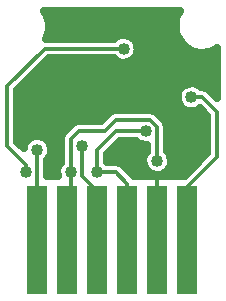
<source format=gbr>
G04 DipTrace 2.4.0.2*
%INBottom.gbr*%
%MOIN*%
%ADD13C,0.013*%
%ADD14C,0.025*%
%ADD16R,0.065X0.36*%
%ADD20C,0.04*%
%FSLAX44Y44*%
G04*
G70*
G90*
G75*
G01*
%LNBottom*%
%LPD*%
X1500Y1875D2*
D13*
Y3875D1*
X2250Y4625D1*
Y6875D1*
X1500Y7625D1*
X-1125D1*
X-500Y4125D2*
Y4875D1*
X125Y5500D1*
X1125D1*
X500Y1875D2*
Y3750D1*
X125Y4125D1*
X-500D1*
X-1500Y1875D2*
X-1375D1*
Y4125D1*
Y5250D1*
X-1125Y5500D1*
X-250D1*
X125Y5875D1*
X1250D1*
X1500Y5625D1*
Y4500D1*
X-500Y1875D2*
Y3500D1*
X-1000Y4000D1*
Y5000D1*
X2500Y1875D2*
Y3625D1*
X3500Y4625D1*
Y6125D1*
X3000Y6625D1*
X2625D1*
X-2875Y4125D2*
Y4375D1*
X-3500Y5000D1*
Y7000D1*
X-2250Y8250D1*
X375D1*
X-2500Y1875D2*
Y4875D1*
D20*
X-2875Y4125D3*
X375Y8250D3*
X-2000Y4125D3*
X-1125Y7625D3*
X2625Y6625D3*
X1125Y5500D3*
X-500Y4125D3*
X-1000Y5000D3*
X-2500Y4875D3*
X-1375Y4125D3*
X1500Y4500D3*
X-2121Y9251D2*
D14*
X2121D1*
X-2086Y9003D2*
X2086D1*
X-2121Y8754D2*
X2121D1*
X789Y8505D2*
X2235D1*
X863Y8257D2*
X2485D1*
X796Y8008D2*
X3475D1*
X-2250Y7759D2*
X3475D1*
X-2496Y7510D2*
X3475D1*
X-2746Y7262D2*
X3475D1*
X-2996Y7013D2*
X2344D1*
X2906D2*
X3475D1*
X-3145Y6764D2*
X2157D1*
X-3145Y6516D2*
X2149D1*
X-3145Y6267D2*
X2305D1*
X-3145Y6018D2*
X-222D1*
X1597D2*
X3114D1*
X-3145Y5770D2*
X-1339D1*
X1820D2*
X3145D1*
X-3145Y5521D2*
X-1597D1*
X1855D2*
X3145D1*
X-3145Y5272D2*
X-2765D1*
X-2235D2*
X-1730D1*
X1855D2*
X3145D1*
X-2036Y5024D2*
X-1730D1*
X140D2*
X1145D1*
X1855D2*
X3145D1*
X-2020Y4775D2*
X-1730D1*
X-110D2*
X1102D1*
X1898D2*
X3145D1*
X-2145Y4526D2*
X-1730D1*
X-145D2*
X1012D1*
X1988D2*
X2911D1*
X-2145Y4278D2*
X-1839D1*
X464D2*
X1067D1*
X1933D2*
X2661D1*
X-2145Y4029D2*
X-1855D1*
X714D2*
X2411D1*
X-2119Y8875D2*
X-2145Y8753D1*
X-2219Y8578D1*
X-375Y8580D1*
X51D1*
X83Y8612D1*
X189Y8676D1*
X309Y8710D1*
X434Y8711D1*
X554Y8679D1*
X662Y8616D1*
X749Y8527D1*
X809Y8418D1*
X838Y8297D1*
X840Y8250D1*
X823Y8127D1*
X774Y8012D1*
X697Y7914D1*
X596Y7841D1*
X480Y7797D1*
X355Y7785D1*
X233Y7807D1*
X120Y7861D1*
X53Y7920D1*
X-2113D1*
X-3168Y6865D1*
X-3170Y5137D1*
X-2960Y4927D1*
X-2936Y5036D1*
X-2878Y5146D1*
X-2792Y5237D1*
X-2686Y5301D1*
X-2566Y5335D1*
X-2441Y5336D1*
X-2321Y5304D1*
X-2213Y5241D1*
X-2126Y5152D1*
X-2066Y5043D1*
X-2037Y4922D1*
X-2035Y4875D1*
X-2052Y4752D1*
X-2101Y4637D1*
X-2171Y4548D1*
X-2170Y3996D1*
X-1824Y4000D1*
X-1838Y4164D1*
X-1811Y4286D1*
X-1753Y4396D1*
X-1708Y4444D1*
X-1705Y5250D1*
X-1682Y5372D1*
X-1608Y5483D1*
X-1358Y5733D1*
X-1256Y5803D1*
X-1125Y5830D1*
X-387D1*
X-108Y6108D1*
X-6Y6178D1*
X125Y6205D1*
X1250D1*
X1372Y6182D1*
X1483Y6108D1*
X1733Y5858D1*
X1803Y5756D1*
X1830Y5625D1*
Y4824D1*
X1874Y4777D1*
X1934Y4668D1*
X1963Y4547D1*
X1965Y4500D1*
X1948Y4377D1*
X1899Y4262D1*
X1822Y4164D1*
X1721Y4091D1*
X1605Y4047D1*
X1480Y4035D1*
X1358Y4057D1*
X1245Y4111D1*
X1151Y4193D1*
X1082Y4296D1*
X1043Y4415D1*
X1037Y4539D1*
X1064Y4661D1*
X1122Y4771D1*
X1167Y4819D1*
X1170Y5035D1*
X1105D1*
X983Y5057D1*
X870Y5111D1*
X803Y5170D1*
X262D1*
X-169Y4739D1*
X-170Y4457D1*
X125Y4455D1*
X247Y4432D1*
X358Y4358D1*
X717Y4000D1*
X2410D1*
X3170Y4762D1*
Y5988D1*
X2905Y6253D1*
X2846Y6216D1*
X2730Y6172D1*
X2605Y6160D1*
X2483Y6182D1*
X2370Y6236D1*
X2276Y6318D1*
X2207Y6421D1*
X2168Y6540D1*
X2162Y6664D1*
X2189Y6786D1*
X2247Y6896D1*
X2333Y6987D1*
X2439Y7051D1*
X2559Y7085D1*
X2684Y7086D1*
X2804Y7054D1*
X2912Y6991D1*
X2947Y6955D1*
X3000D1*
X3122Y6932D1*
X3233Y6858D1*
X3501Y6590D1*
X3500Y8262D1*
X3385Y8198D1*
X3269Y8152D1*
X3147Y8122D1*
X3023Y8110D1*
X2898Y8116D1*
X2775Y8139D1*
X2657Y8179D1*
X2546Y8235D1*
X2443Y8306D1*
X2351Y8391D1*
X2272Y8488D1*
X2208Y8595D1*
X2159Y8709D1*
X2126Y8830D1*
X2111Y8954D1*
X2114Y9079D1*
X2133Y9202D1*
X2170Y9322D1*
X2223Y9435D1*
X2268Y9503D1*
X1750Y9500D1*
X-2262D1*
X-2175Y9334D1*
X-2136Y9215D1*
X-2115Y9092D1*
X-2110Y9000D1*
X-2119Y8875D1*
D16*
X2500Y1875D3*
X1500D3*
X500D3*
X-500D3*
X-1500D3*
X-2500D3*
M02*

</source>
